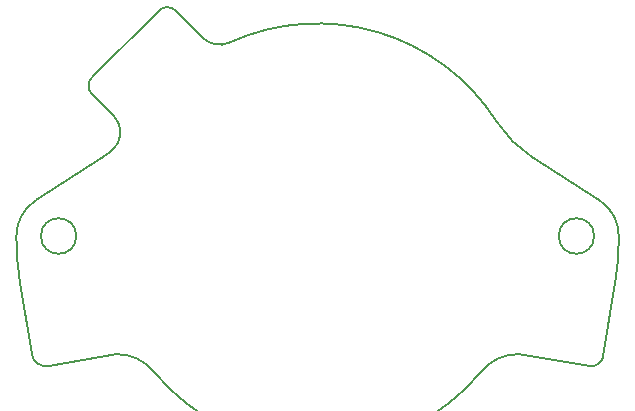
<source format=gbr>
%TF.GenerationSoftware,KiCad,Pcbnew,(5.1.9-0-10_14)*%
%TF.CreationDate,2021-09-12T17:19:37+02:00*%
%TF.ProjectId,v0_miniAB_pancake_board,76305f6d-696e-4694-9142-5f70616e6361,rev?*%
%TF.SameCoordinates,Original*%
%TF.FileFunction,Profile,NP*%
%FSLAX46Y46*%
G04 Gerber Fmt 4.6, Leading zero omitted, Abs format (unit mm)*
G04 Created by KiCad (PCBNEW (5.1.9-0-10_14)) date 2021-09-12 17:19:37*
%MOMM*%
%LPD*%
G01*
G04 APERTURE LIST*
%TA.AperFunction,Profile*%
%ADD10C,0.200000*%
%TD*%
G04 APERTURE END LIST*
D10*
X77278608Y-110990273D02*
G75*
G02*
X75800000Y-110000000I-267824J1199119D01*
G01*
X124199999Y-110200000D02*
G75*
G02*
X123045421Y-111009491I-1008845J210784D01*
G01*
X124200000Y-110200000D02*
X125200000Y-104000000D01*
X75800000Y-110000000D02*
X74815294Y-103997572D01*
X80908110Y-87979191D02*
X81070000Y-88150000D01*
X82741298Y-89812379D02*
X81070000Y-88150000D01*
X92531895Y-83622351D02*
G75*
G02*
X115164672Y-90302954I7468105J-16377649D01*
G01*
X80908110Y-87979191D02*
G75*
G02*
X80908110Y-86564977I707107J707107D01*
G01*
X86564970Y-80908116D02*
G75*
G02*
X87979184Y-80908116I707107J-707107D01*
G01*
X82741298Y-89812378D02*
G75*
G02*
X82556229Y-92804313I-1414213J-1414214D01*
G01*
X92531895Y-83622350D02*
G75*
G02*
X90287892Y-83216824I-829789J1819739D01*
G01*
X86564971Y-80908116D02*
X80908110Y-86564977D01*
X90287892Y-83216824D02*
X87979184Y-80908116D01*
X118167779Y-93318388D02*
G75*
G02*
X115164672Y-90302954I5421712J8402682D01*
G01*
X82556229Y-92804313D02*
G75*
G02*
X81832220Y-93318387I-6145721J7888607D01*
G01*
X113885006Y-111454545D02*
G75*
G02*
X116970562Y-110000000I3085556J-2545454D01*
G01*
X83029437Y-110000000D02*
G75*
G02*
X86114994Y-111454545I0J-4000000D01*
G01*
X113885006Y-111454546D02*
G75*
G02*
X86114994Y-111454545I-13885006J11454546D01*
G01*
X116970562Y-110000000D02*
X123045421Y-111009491D01*
X77278608Y-110990272D02*
X83029437Y-110000000D01*
X74500000Y-100000000D02*
G75*
G02*
X76139027Y-96991840I3580000J0D01*
G01*
X123871958Y-96974816D02*
G75*
G02*
X125514702Y-100199994I-1951958J-3025184D01*
G01*
X74815294Y-103997572D02*
G75*
G02*
X74500000Y-100000000I25184706J3997572D01*
G01*
X125514701Y-100199994D02*
G75*
G02*
X125200000Y-104000000I-25514701J199994D01*
G01*
X118167779Y-93318387D02*
X123871958Y-96974815D01*
X76139027Y-96991840D02*
X81832220Y-93318387D01*
X123420000Y-100000000D02*
G75*
G03*
X123420000Y-100000000I-1500000J0D01*
G01*
X79580000Y-100000000D02*
G75*
G03*
X79580000Y-100000000I-1500000J0D01*
G01*
M02*

</source>
